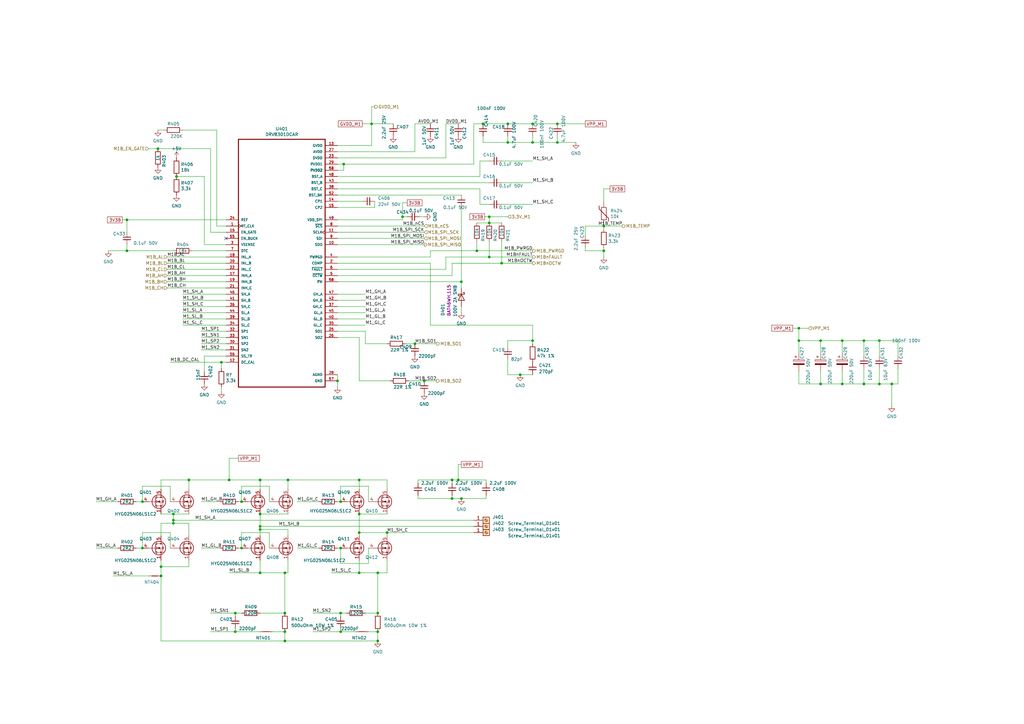
<source format=kicad_sch>
(kicad_sch (version 20230121) (generator eeschema)
  (paper "A3")
  (title_block (title "Q Motor Driver M1") (rev "1") (comment 1 "Drawn by: KHY"))
  (junction (at 106.68 215.9))
  (junction (at 218.44 50.8))
  (junction (at 198.12 50.8))
  (junction (at 165.1 88.9))
  (junction (at 71.12 213.36))
  (junction (at 218.44 58.42))
  (junction (at 99.06 224.79))
  (junction (at 118.11 196.85))
  (junction (at 187.96 196.85))
  (junction (at 208.28 58.42))
  (junction (at 77.47 196.85))
  (junction (at 116.84 259.08))
  (junction (at 93.98 196.85))
  (junction (at 200.66 91.44))
  (junction (at 106.68 217.17))
  (junction (at 139.7 251.46))
  (junction (at 213.36 153.67))
  (junction (at 147.32 234.95))
  (junction (at 71.12 214.63))
  (junction (at 218.44 139.7))
  (junction (at 52.07 90.17))
  (junction (at 71.12 210.82))
  (junction (at 154.94 259.08))
  (junction (at 139.7 224.79))
  (junction (at 354.33 157.48))
  (junction (at 345.44 157.48))
  (junction (at 96.52 259.08))
  (junction (at 139.7 205.74))
  (junction (at 140.97 67.31))
  (junction (at 66.04 236.22))
  (junction (at 106.68 196.85))
  (junction (at 200.66 88.9))
  (junction (at 116.84 262.89))
  (junction (at 228.6 50.8))
  (junction (at 58.42 224.79))
  (junction (at 116.84 234.95))
  (junction (at 52.07 102.87))
  (junction (at 195.58 102.87))
  (junction (at 189.23 204.47))
  (junction (at 72.39 72.39))
  (junction (at 152.4 50.8))
  (junction (at 139.7 259.08))
  (junction (at 205.74 107.95))
  (junction (at 147.32 196.85))
  (junction (at 208.28 50.8))
  (junction (at 189.23 115.57))
  (junction (at 154.94 262.89))
  (junction (at 185.42 196.85))
  (junction (at 116.84 251.46))
  (junction (at 200.66 105.41))
  (junction (at 64.77 60.96))
  (junction (at 158.75 218.44))
  (junction (at 365.76 157.48))
  (junction (at 228.6 58.42))
  (junction (at 106.68 234.95))
  (junction (at 345.44 139.7))
  (junction (at 360.68 139.7))
  (junction (at 336.55 157.48))
  (junction (at 106.68 210.82))
  (junction (at 66.04 232.41))
  (junction (at 327.66 139.7))
  (junction (at 336.55 139.7))
  (junction (at 354.33 139.7))
  (junction (at 327.66 134.62))
  (junction (at 360.68 157.48))
  (junction (at 90.805 148.59))
  (junction (at 173.99 156.21))
  (junction (at 58.42 205.74))
  (junction (at 185.42 204.47))
  (junction (at 99.06 205.74))
  (junction (at 247.65 102.87))
  (junction (at 96.52 251.46))
  (junction (at 147.32 218.44))
  (junction (at 154.94 251.46))
  (junction (at 170.18 140.97))
  (junction (at 247.65 92.71))
  (junction (at 147.32 210.82))
  (junction (at 138.43 156.21))
  (junction (at 154.94 234.95))
  (no_connect (at 92.71 97.79))
  (wire (pts (xy 110.49 218.44) (xy 99.06 218.44)))
  (wire (pts (xy 99.06 199.39) (xy 99.06 205.74)))
  (wire (pts (xy 106.68 229.87) (xy 106.68 234.95)))
  (wire (pts (xy 138.43 110.49) (xy 182.88 110.49)))
  (wire (pts (xy 106.68 210.82) (xy 118.11 210.82)))
  (wire (pts (xy 138.43 138.43) (xy 147.32 138.43)))
  (wire (pts (xy 96.52 259.08) (xy 96.52 257.81)))
  (wire (pts (xy 196.85 83.82) (xy 200.66 83.82)))
  (wire (pts (xy 147.32 196.85) (xy 147.32 200.66)))
  (wire (pts (xy 336.55 139.7) (xy 327.66 139.7)))
  (wire (pts (xy 189.23 118.11) (xy 189.23 115.57)))
  (wire (pts (xy 106.68 196.85) (xy 118.11 196.85)))
  (wire (pts (xy 158.75 218.44) (xy 194.31 218.44)))
  (wire (pts (xy 187.96 196.85) (xy 199.39 196.85)))
  (wire (pts (xy 354.33 139.7) (xy 354.33 146.05)))
  (wire (pts (xy 66.04 232.41) (xy 66.04 236.22)))
  (wire (pts (xy 69.85 199.39) (xy 58.42 199.39)))
  (wire (pts (xy 185.42 203.2) (xy 185.42 204.47)))
  (wire (pts (xy 121.92 205.74) (xy 130.81 205.74)))
  (wire (pts (xy 110.49 199.39) (xy 99.06 199.39)))
  (wire (pts (xy 154.94 262.89) (xy 116.84 262.89)))
  (wire (pts (xy 240.03 101.6) (xy 240.03 102.87)))
  (wire (pts (xy 72.39 72.39) (xy 83.82 72.39)))
  (wire (pts (xy 365.76 157.48) (xy 365.76 166.37)))
  (wire (pts (xy 86.36 60.96) (xy 86.36 95.25)))
  (wire (pts (xy 66.04 196.85) (xy 77.47 196.85)))
  (wire (pts (xy 182.88 110.49) (xy 182.88 105.41)))
  (wire (pts (xy 140.97 69.85) (xy 140.97 67.31)))
  (wire (pts (xy 199.39 203.2) (xy 199.39 204.47)))
  (wire (pts (xy 138.43 156.21) (xy 138.43 158.75)))
  (wire (pts (xy 151.13 224.79) (xy 151.13 231.14)))
  (wire (pts (xy 83.82 152.4) (xy 83.82 146.05)))
  (wire (pts (xy 368.3 151.13) (xy 368.3 157.48)))
  (wire (pts (xy 82.55 140.97) (xy 92.71 140.97)))
  (wire (pts (xy 139.7 257.81) (xy 139.7 259.08)))
  (wire (pts (xy 74.93 130.81) (xy 92.71 130.81)))
  (wire (pts (xy 336.55 139.7) (xy 336.55 144.78)))
  (wire (pts (xy 360.68 157.48) (xy 354.33 157.48)))
  (wire (pts (xy 142.24 251.46) (xy 139.7 251.46)))
  (wire (pts (xy 228.6 55.88) (xy 228.6 58.42)))
  (wire (pts (xy 154.94 234.95) (xy 154.94 251.46)))
  (wire (pts (xy 147.32 234.95) (xy 154.94 234.95)))
  (wire (pts (xy 172.085 88.9) (xy 173.99 88.9)))
  (wire (pts (xy 240.03 92.71) (xy 240.03 96.52)))
  (wire (pts (xy 77.47 229.87) (xy 77.47 232.41)))
  (wire (pts (xy 170.18 50.8) (xy 170.18 62.23)))
  (wire (pts (xy 60.96 60.96) (xy 64.77 60.96)))
  (wire (pts (xy 99.06 218.44) (xy 99.06 224.79)))
  (wire (pts (xy 179.07 156.21) (xy 173.99 156.21)))
  (wire (pts (xy 147.32 196.85) (xy 158.75 196.85)))
  (wire (pts (xy 152.4 50.8) (xy 152.4 59.69)))
  (wire (pts (xy 69.85 148.59) (xy 90.805 148.59)))
  (wire (pts (xy 118.11 196.85) (xy 147.32 196.85)))
  (wire (pts (xy 118.11 217.17) (xy 106.68 217.17)))
  (wire (pts (xy 64.77 53.34) (xy 67.31 53.34)))
  (wire (pts (xy 325.12 134.62) (xy 327.66 134.62)))
  (wire (pts (xy 149.86 251.46) (xy 154.94 251.46)))
  (wire (pts (xy 189.23 128.27) (xy 189.23 125.73)))
  (wire (pts (xy 240.03 102.87) (xy 247.65 102.87)))
  (wire (pts (xy 195.58 99.06) (xy 195.58 102.87)))
  (wire (pts (xy 345.44 144.78) (xy 345.44 139.7)))
  (wire (pts (xy 198.12 58.42) (xy 208.28 58.42)))
  (wire (pts (xy 200.66 74.93) (xy 138.43 74.93)))
  (wire (pts (xy 200.66 91.44) (xy 205.74 91.44)))
  (wire (pts (xy 44.45 102.87) (xy 52.07 102.87)))
  (wire (pts (xy 138.43 97.79) (xy 173.99 97.79)))
  (wire (pts (xy 200.66 99.06) (xy 200.66 105.41)))
  (wire (pts (xy 199.39 204.47) (xy 189.23 204.47)))
  (wire (pts (xy 135.89 234.95) (xy 147.32 234.95)))
  (wire (pts (xy 77.47 196.85) (xy 77.47 200.66)))
  (wire (pts (xy 153.67 82.55) (xy 153.67 85.09)))
  (wire (pts (xy 110.49 224.79) (xy 110.49 218.44)))
  (wire (pts (xy 151.13 231.14) (xy 139.7 231.14)))
  (wire (pts (xy 58.42 218.44) (xy 58.42 224.79)))
  (wire (pts (xy 138.43 80.01) (xy 189.23 80.01)))
  (wire (pts (xy 147.32 218.44) (xy 147.32 219.71)))
  (wire (pts (xy 165.1 88.9) (xy 165.1 90.17)))
  (wire (pts (xy 247.65 101.6) (xy 247.65 102.87)))
  (wire (pts (xy 152.4 43.815) (xy 152.4 50.8)))
  (wire (pts (xy 218.44 139.7) (xy 218.44 140.97)))
  (wire (pts (xy 86.36 251.46) (xy 96.52 251.46)))
  (wire (pts (xy 218.44 133.35) (xy 218.44 139.7)))
  (wire (pts (xy 92.71 113.03) (xy 68.58 113.03)))
  (wire (pts (xy 97.79 224.79) (xy 99.06 224.79)))
  (wire (pts (xy 153.67 85.09) (xy 138.43 85.09)))
  (wire (pts (xy 138.43 125.73) (xy 149.86 125.73)))
  (wire (pts (xy 140.97 67.31) (xy 138.43 67.31)))
  (wire (pts (xy 167.64 156.21) (xy 173.99 156.21)))
  (wire (pts (xy 196.85 77.47) (xy 196.85 83.82)))
  (wire (pts (xy 52.07 90.17) (xy 92.71 90.17)))
  (wire (pts (xy 196.85 66.04) (xy 196.85 72.39)))
  (wire (pts (xy 200.66 66.04) (xy 196.85 66.04)))
  (wire (pts (xy 165.1 90.17) (xy 138.43 90.17)))
  (wire (pts (xy 185.42 196.85) (xy 185.42 198.12)))
  (wire (pts (xy 71.12 213.36) (xy 71.12 210.82)))
  (wire (pts (xy 327.66 139.7) (xy 327.66 144.78)))
  (wire (pts (xy 195.58 102.87) (xy 218.44 102.87)))
  (wire (pts (xy 138.43 77.47) (xy 196.85 77.47)))
  (wire (pts (xy 139.7 199.39) (xy 139.7 205.74)))
  (wire (pts (xy 240.03 50.8) (xy 228.6 50.8)))
  (wire (pts (xy 138.43 120.65) (xy 149.86 120.65)))
  (wire (pts (xy 327.66 134.62) (xy 331.47 134.62)))
  (wire (pts (xy 68.58 110.49) (xy 92.71 110.49)))
  (wire (pts (xy 64.77 60.96) (xy 86.36 60.96)))
  (wire (pts (xy 368.3 146.05) (xy 368.3 139.7)))
  (wire (pts (xy 111.76 259.08) (xy 116.84 259.08)))
  (wire (pts (xy 148.59 50.8) (xy 152.4 50.8)))
  (wire (pts (xy 165.1 88.9) (xy 167.005 88.9)))
  (wire (pts (xy 158.75 218.44) (xy 158.75 219.71)))
  (wire (pts (xy 97.79 205.74) (xy 99.06 205.74)))
  (wire (pts (xy 194.31 50.8) (xy 198.12 50.8)))
  (wire (pts (xy 86.36 259.08) (xy 96.52 259.08)))
  (wire (pts (xy 208.28 88.9) (xy 200.66 88.9)))
  (wire (pts (xy 147.32 229.87) (xy 147.32 234.95)))
  (wire (pts (xy 92.71 125.73) (xy 74.93 125.73)))
  (wire (pts (xy 77.47 214.63) (xy 71.12 214.63)))
  (wire (pts (xy 66.04 236.22) (xy 66.04 262.89)))
  (wire (pts (xy 66.04 196.85) (xy 66.04 200.66)))
  (wire (pts (xy 200.66 105.41) (xy 218.44 105.41)))
  (wire (pts (xy 92.71 107.95) (xy 68.58 107.95)))
  (wire (pts (xy 199.39 196.85) (xy 199.39 198.12)))
  (wire (pts (xy 83.82 100.33) (xy 92.71 100.33)))
  (wire (pts (xy 200.66 88.9) (xy 200.66 91.44)))
  (wire (pts (xy 345.44 152.4) (xy 345.44 157.48)))
  (wire (pts (xy 90.805 148.59) (xy 92.71 148.59)))
  (wire (pts (xy 194.31 67.31) (xy 140.97 67.31)))
  (wire (pts (xy 185.42 113.03) (xy 138.43 113.03)))
  (wire (pts (xy 360.68 139.7) (xy 368.3 139.7)))
  (wire (pts (xy 250.19 77.47) (xy 247.65 77.47)))
  (wire (pts (xy 218.44 83.82) (xy 205.74 83.82)))
  (wire (pts (xy 88.9 92.71) (xy 92.71 92.71)))
  (wire (pts (xy 189.23 204.47) (xy 185.42 204.47)))
  (wire (pts (xy 71.12 213.36) (xy 71.12 214.63)))
  (wire (pts (xy 138.43 205.74) (xy 139.7 205.74)))
  (wire (pts (xy 147.32 218.44) (xy 158.75 218.44)))
  (wire (pts (xy 171.45 203.2) (xy 171.45 204.47)))
  (wire (pts (xy 68.58 118.11) (xy 92.71 118.11)))
  (wire (pts (xy 138.43 69.85) (xy 140.97 69.85)))
  (wire (pts (xy 55.88 205.74) (xy 58.42 205.74)))
  (wire (pts (xy 78.74 102.87) (xy 92.71 102.87)))
  (wire (pts (xy 176.53 50.8) (xy 170.18 50.8)))
  (wire (pts (xy 82.55 135.89) (xy 92.71 135.89)))
  (wire (pts (xy 368.3 157.48) (xy 365.76 157.48)))
  (wire (pts (xy 176.53 133.35) (xy 176.53 107.95)))
  (wire (pts (xy 247.65 92.71) (xy 240.03 92.71)))
  (wire (pts (xy 247.65 102.87) (xy 247.65 105.41)))
  (wire (pts (xy 106.68 215.9) (xy 194.31 215.9)))
  (wire (pts (xy 52.07 100.33) (xy 52.07 102.87)))
  (wire (pts (xy 88.9 53.34) (xy 88.9 92.71)))
  (wire (pts (xy 158.75 200.66) (xy 158.75 196.85)))
  (wire (pts (xy 118.11 196.85) (xy 118.11 200.66)))
  (wire (pts (xy 66.04 229.87) (xy 66.04 232.41)))
  (wire (pts (xy 110.49 205.74) (xy 110.49 199.39)))
  (wire (pts (xy 208.28 153.67) (xy 208.28 147.32)))
  (wire (pts (xy 218.44 66.04) (xy 205.74 66.04)))
  (wire (pts (xy 50.165 90.17) (xy 52.07 90.17)))
  (wire (pts (xy 354.33 157.48) (xy 345.44 157.48)))
  (wire (pts (xy 208.28 142.24) (xy 208.28 139.7)))
  (wire (pts (xy 208.28 139.7) (xy 218.44 139.7)))
  (wire (pts (xy 149.86 123.19) (xy 138.43 123.19)))
  (wire (pts (xy 345.44 157.48) (xy 336.55 157.48)))
  (wire (pts (xy 187.96 190.5) (xy 187.96 196.85)))
  (wire (pts (xy 68.58 105.41) (xy 92.71 105.41)))
  (wire (pts (xy 106.68 217.17) (xy 106.68 219.71)))
  (wire (pts (xy 173.99 95.25) (xy 138.43 95.25)))
  (wire (pts (xy 189.23 190.5) (xy 187.96 190.5)))
  (wire (pts (xy 116.84 234.95) (xy 116.84 251.46)))
  (wire (pts (xy 208.28 58.42) (xy 218.44 58.42)))
  (wire (pts (xy 158.75 234.95) (xy 154.94 234.95)))
  (wire (pts (xy 151.13 199.39) (xy 139.7 199.39)))
  (wire (pts (xy 52.07 102.87) (xy 71.12 102.87)))
  (wire (pts (xy 139.7 259.08) (xy 146.05 259.08)))
  (wire (pts (xy 195.58 91.44) (xy 200.66 91.44)))
  (wire (pts (xy 99.06 251.46) (xy 96.52 251.46)))
  (wire (pts (xy 69.85 224.79) (xy 69.85 218.44)))
  (wire (pts (xy 171.45 204.47) (xy 185.42 204.47)))
  (wire (pts (xy 208.28 55.88) (xy 208.28 58.42)))
  (wire (pts (xy 138.43 115.57) (xy 189.23 115.57)))
  (wire (pts (xy 152.4 59.69) (xy 138.43 59.69)))
  (wire (pts (xy 198.12 55.88) (xy 198.12 58.42)))
  (wire (pts (xy 138.43 92.71) (xy 173.99 92.71)))
  (wire (pts (xy 74.93 53.34) (xy 88.9 53.34)))
  (wire (pts (xy 69.85 218.44) (xy 58.42 218.44)))
  (wire (pts (xy 74.93 123.19) (xy 92.71 123.19)))
  (wire (pts (xy 118.11 229.87) (xy 118.11 234.95)))
  (wire (pts (xy 171.45 198.12) (xy 171.45 196.85)))
  (wire (pts (xy 213.36 153.67) (xy 218.44 153.67)))
  (wire (pts (xy 327.66 152.4) (xy 327.66 157.48)))
  (wire (pts (xy 52.07 90.17) (xy 52.07 95.25)))
  (wire (pts (xy 116.84 259.08) (xy 116.84 262.89)))
  (wire (pts (xy 90.805 158.75) (xy 90.805 160.655)))
  (wire (pts (xy 354.33 151.13) (xy 354.33 157.48)))
  (wire (pts (xy 179.07 140.97) (xy 170.18 140.97)))
  (wire (pts (xy 171.45 196.85) (xy 185.42 196.85)))
  (wire (pts (xy 118.11 234.95) (xy 116.84 234.95)))
  (wire (pts (xy 218.44 74.93) (xy 205.74 74.93)))
  (wire (pts (xy 139.7 231.14) (xy 139.7 224.79)))
  (wire (pts (xy 158.75 229.87) (xy 158.75 234.95)))
  (wire (pts (xy 161.29 50.8) (xy 152.4 50.8)))
  (wire (pts (xy 96.52 259.08) (xy 106.68 259.08)))
  (wire (pts (xy 151.13 205.74) (xy 151.13 199.39)))
  (wire (pts (xy 218.44 55.88) (xy 218.44 58.42)))
  (wire (pts (xy 106.68 196.85) (xy 106.68 200.66)))
  (wire (pts (xy 128.27 259.08) (xy 139.7 259.08)))
  (wire (pts (xy 118.11 219.71) (xy 118.11 217.17)))
  (wire (pts (xy 336.55 152.4) (xy 336.55 157.48)))
  (wire (pts (xy 149.86 140.97) (xy 149.86 135.89)))
  (wire (pts (xy 58.42 199.39) (xy 58.42 205.74)))
  (wire (pts (xy 167.005 83.185) (xy 165.1 83.185)))
  (wire (pts (xy 360.68 139.7) (xy 354.33 139.7)))
  (wire (pts (xy 360.68 146.05) (xy 360.68 139.7)))
  (wire (pts (xy 154.94 259.08) (xy 154.94 262.89)))
  (wire (pts (xy 345.44 139.7) (xy 336.55 139.7)))
  (wire (pts (xy 106.68 234.95) (xy 116.84 234.95)))
  (wire (pts (xy 66.04 210.82) (xy 71.12 210.82)))
  (wire (pts (xy 116.84 262.89) (xy 66.04 262.89)))
  (wire (pts (xy 66.04 214.63) (xy 66.04 219.71)))
  (wire (pts (xy 93.98 234.95) (xy 106.68 234.95)))
  (wire (pts (xy 247.65 77.47) (xy 247.65 82.55)))
  (wire (pts (xy 149.86 133.35) (xy 138.43 133.35)))
  (wire (pts (xy 82.55 205.74) (xy 90.17 205.74)))
  (wire (pts (xy 138.43 153.67) (xy 138.43 156.21)))
  (wire (pts (xy 205.74 99.06) (xy 205.74 107.95)))
  (wire (pts (xy 39.37 224.79) (xy 48.26 224.79)))
  (wire (pts (xy 195.58 102.87) (xy 176.53 102.87)))
  (wire (pts (xy 208.28 50.8) (xy 218.44 50.8)))
  (wire (pts (xy 182.88 64.77) (xy 138.43 64.77)))
  (wire (pts (xy 360.68 151.13) (xy 360.68 157.48)))
  (wire (pts (xy 151.13 259.08) (xy 154.94 259.08)))
  (wire (pts (xy 208.28 153.67) (xy 213.36 153.67)))
  (wire (pts (xy 90.805 148.59) (xy 90.805 151.13)))
  (wire (pts (xy 176.53 102.87) (xy 176.53 105.41)))
  (wire (pts (xy 205.74 107.95) (xy 218.44 107.95)))
  (wire (pts (xy 138.43 224.79) (xy 139.7 224.79)))
  (wire (pts (xy 82.55 138.43) (xy 92.71 138.43)))
  (wire (pts (xy 198.12 50.8) (xy 208.28 50.8)))
  (wire (pts (xy 160.02 156.21) (xy 147.32 156.21)))
  (wire (pts (xy 187.96 50.8) (xy 182.88 50.8)))
  (wire (pts (xy 182.88 50.8) (xy 182.88 64.77)))
  (wire (pts (xy 365.76 157.48) (xy 360.68 157.48)))
  (wire (pts (xy 138.43 82.55) (xy 148.59 82.55)))
  (wire (pts (xy 96.52 251.46) (xy 96.52 252.73)))
  (wire (pts (xy 71.12 210.82) (xy 77.47 210.82)))
  (wire (pts (xy 170.18 62.23) (xy 138.43 62.23)))
  (wire (pts (xy 218.44 58.42) (xy 228.6 58.42)))
  (wire (pts (xy 60.96 236.22) (xy 46.355 236.22)))
  (wire (pts (xy 165.1 83.185) (xy 165.1 88.9)))
  (wire (pts (xy 228.6 58.42) (xy 236.22 58.42)))
  (wire (pts (xy 345.44 139.7) (xy 354.33 139.7)))
  (wire (pts (xy 327.66 134.62) (xy 327.66 139.7)))
  (wire (pts (xy 185.42 107.95) (xy 185.42 113.03)))
  (wire (pts (xy 176.53 107.95) (xy 138.43 107.95)))
  (wire (pts (xy 39.37 205.74) (xy 48.26 205.74)))
  (wire (pts (xy 106.68 251.46) (xy 116.84 251.46)))
  (wire (pts (xy 149.86 128.27) (xy 138.43 128.27)))
  (wire (pts (xy 147.32 138.43) (xy 147.32 156.21)))
  (wire (pts (xy 74.93 133.35) (xy 92.71 133.35)))
  (wire (pts (xy 185.42 196.85) (xy 187.96 196.85)))
  (wire (pts (xy 182.88 105.41) (xy 200.66 105.41)))
  (wire (pts (xy 77.47 232.41) (xy 66.04 232.41)))
  (wire (pts (xy 173.99 100.33) (xy 138.43 100.33)))
  (wire (pts (xy 82.55 224.79) (xy 90.17 224.79)))
  (wire (pts (xy 170.18 140.97) (xy 166.37 140.97)))
  (wire (pts (xy 194.31 50.8) (xy 194.31 67.31)))
  (wire (pts (xy 189.23 85.09) (xy 189.23 115.57)))
  (wire (pts (xy 69.85 205.74) (xy 69.85 199.39)))
  (wire (pts (xy 149.86 135.89) (xy 138.43 135.89)))
  (wire (pts (xy 158.75 140.97) (xy 149.86 140.97)))
  (wire (pts (xy 97.79 187.96) (xy 93.98 187.96)))
  (wire (pts (xy 147.32 210.82) (xy 147.32 218.44)))
  (wire (pts (xy 153.67 43.815) (xy 152.4 43.815)))
  (wire (pts (xy 86.36 95.25) (xy 92.71 95.25)))
  (wire (pts (xy 71.12 213.36) (xy 194.31 213.36)))
  (wire (pts (xy 218.44 50.8) (xy 228.6 50.8)))
  (wire (pts (xy 106.68 210.82) (xy 106.68 215.9)))
  (wire (pts (xy 139.7 251.46) (xy 139.7 252.73)))
  (wire (pts (xy 138.43 130.81) (xy 149.86 130.81)))
  (wire (pts (xy 83.82 72.39) (xy 83.82 100.33)))
  (wire (pts (xy 176.53 105.41) (xy 138.43 105.41)))
  (wire (pts (xy 92.71 115.57) (xy 68.58 115.57)))
  (wire (pts (xy 106.68 215.9) (xy 106.68 217.17)))
  (wire (pts (xy 327.66 157.48) (xy 336.55 157.48)))
  (wire (pts (xy 176.53 133.35) (xy 218.44 133.35)))
  (wire (pts (xy 139.7 251.46) (xy 128.27 251.46)))
  (wire (pts (xy 74.93 120.65) (xy 92.71 120.65)))
  (wire (pts (xy 55.88 224.79) (xy 58.42 224.79)))
  (wire (pts (xy 71.12 214.63) (xy 66.04 214.63)))
  (wire (pts (xy 121.92 224.79) (xy 130.81 224.79)))
  (wire (pts (xy 83.82 146.05) (xy 92.71 146.05)))
  (wire (pts (xy 82.55 143.51) (xy 92.71 143.51)))
  (wire (pts (xy 198.755 88.9) (xy 200.66 88.9)))
  (wire (pts (xy 77.47 196.85) (xy 93.98 196.85)))
  (wire (pts (xy 185.42 107.95) (xy 205.74 107.95)))
  (wire (pts (xy 247.65 92.71) (xy 247.65 93.98)))
  (wire (pts (xy 74.93 128.27) (xy 92.71 128.27)))
  (wire (pts (xy 138.43 72.39) (xy 196.85 72.39)))
  (wire (pts (xy 93.98 196.85) (xy 106.68 196.85)))
  (wire (pts (xy 255.27 92.71) (xy 247.65 92.71)))
  (wire (pts (xy 77.47 219.71) (xy 77.47 214.63)))
  (wire (pts (xy 147.32 210.82) (xy 158.75 210.82)))
  (wire (pts (xy 93.98 187.96) (xy 93.98 196.85)))
  (label "M1_GL_B" (at 82.55 224.79 0))
  (label "M1_SH_A" (at 218.44 66.04 0))
  (label "M1_GH_A" (at 149.86 120.65 0))
  (label "M1_SL_C" (at 135.89 234.95 0))
  (label "M1_SP2" (at 82.55 140.97 0))
  (label "M1_GL_A" (at 149.86 128.27 0))
  (label "M1_SL_B" (at 93.98 234.95 0))
  (label "M1B_DC_CAL" (at 69.85 148.59 0))
  (label "M1_SH_A" (at 74.93 120.65 0))
  (label "M1_SP2" (at 128.27 259.08 0))
  (label "M1_SN2" (at 128.27 251.46 0))
  (label "M1BnOCTW" (at 218.44 107.95 180))
  (label "M1_GL_B" (at 149.86 130.81 0))
  (label "M1_GL_C" (at 121.92 224.79 0))
  (label "M1_SL_B" (at 74.93 130.81 0))
  (label "M1_SH_B" (at 218.44 74.93 0))
  (label "M1_SH_C" (at 74.93 125.73 0))
  (label "M1_SH_A" (at 80.01 213.36 0))
  (label "AVDD_M1" (at 171.45 50.8 0))
  (label "M1B_nCS" (at 173.99 92.71 180))
  (label "M1_GH_C" (at 149.86 125.73 0))
  (label "M1B_BH" (at 68.58 115.57 0))
  (label "M1_SL_C" (at 74.93 133.35 0))
  (label "M1_SN1" (at 82.55 138.43 0))
  (label "M1_SH_B" (at 74.93 123.19 0))
  (label "M1B_SO1" (at 179.07 140.97 180))
  (label "M1B_AH" (at 68.58 113.03 0))
  (label "M1B_CH" (at 68.58 118.11 0))
  (label "M1B_SPI_MISO" (at 173.99 100.33 180))
  (label "M1B_SPI_MOSI" (at 173.99 97.79 180))
  (label "M1_SH_B" (at 114.3 215.9 0))
  (label "M1BnFAULT" (at 218.44 105.41 180))
  (label "M1B_TEMP" (at 255.27 92.71 180))
  (label "M1_GH_B" (at 149.86 123.19 0))
  (label "M1B_AL" (at 68.58 105.41 0))
  (label "M1_GH_C" (at 121.92 205.74 0))
  (label "M1_SH_C" (at 218.44 83.82 0))
  (label "M1_SL_A" (at 46.355 236.22 0))
  (label "M1B_PWRGD" (at 218.44 102.87 180))
  (label "M1_GL_A" (at 39.37 224.79 0))
  (label "M1_SN1" (at 86.36 251.46 0))
  (label "M1_SH_C" (at 158.75 218.44 0))
  (label "M1B_SPI_SCK" (at 173.99 95.25 180))
  (label "M1B_CL" (at 68.58 110.49 0))
  (label "M1_SN2" (at 82.55 143.51 0))
  (label "M1_GH_A" (at 39.37 205.74 0))
  (label "M1_SP1" (at 82.55 135.89 0))
  (label "M1_SL_A" (at 74.93 128.27 0))
  (label "M1_SP1" (at 86.36 259.08 0))
  (label "M1_GH_B" (at 82.55 205.74 0))
  (label "M1_GL_C" (at 149.86 133.35 0))
  (label "M1B_SO2" (at 179.07 156.21 180))
  (label "M1B_BL" (at 68.58 107.95 0))
  (label "DVDD_M1" (at 182.88 50.8 0))
  (global_label "3V3B" (shape passive) (at 198.755 88.9 180) (property "Intersheetrefs" "${INTERSHEET_REFS}" (effects hide)))
  (global_label "GVDD_M1" (shape passive) (at 148.59 50.8 180) (property "Intersheetrefs" "${INTERSHEET_REFS}" (effects hide)))
  (global_label "VPP_M1" (shape passive) (at 97.79 187.96 0) (property "Intersheetrefs" "${INTERSHEET_REFS}" (effects hide)))
  (global_label "VPP_M1" (shape passive) (at 240.03 50.8 0) (property "Intersheetrefs" "${INTERSHEET_REFS}" (effects hide)))
  (global_label "VPP_M1" (shape passive) (at 325.12 134.62 180) (property "Intersheetrefs" "${INTERSHEET_REFS}" (effects hide)))
  (global_label "VPP_M1" (shape passive) (at 189.23 190.5 0) (property "Intersheetrefs" "${INTERSHEET_REFS}" (effects hide)))
  (global_label "3V3B" (shape passive) (at 167.005 83.185 0) (property "Intersheetrefs" "${INTERSHEET_REFS}" (effects hide)))
  (global_label "3V3B" (shape passive) (at 250.19 77.47 0) (property "Intersheetrefs" "${INTERSHEET_REFS}" (effects hide)))
  (global_label "3V3B" (shape passive) (at 50.165 90.17 180) (property "Intersheetrefs" "${INTERSHEET_REFS}" (effects hide)))
  (hierarchical_label "M1B_SPI_MOSI" (shape input) (at 173.99 97.79 0))
  (hierarchical_label "M1B_AH" (shape input) (at 68.58 113.03 180))
  (hierarchical_label "M1B_EN_GATE" (shape input) (at 60.96 60.96 180))
  (hierarchical_label "M1BnFAULT" (shape output) (at 218.44 105.41 0))
  (hierarchical_label "3.3V_M1" (shape input) (at 208.28 88.9 0))
  (hierarchical_label "M1B_SO1" (shape output) (at 179.07 140.97 0))
  (hierarchical_label "M1B_CL" (shape input) (at 68.58 110.49 180))
  (hierarchical_label "M1B_BL" (shape input) (at 68.58 107.95 180))
  (hierarchical_label "VPP_M1" (shape input) (at 331.47 134.62 0))
  (hierarchical_label "M1B_SPI_MISO" (shape output) (at 173.99 100.33 0))
  (hierarchical_label "M1B_SO2" (shape output) (at 179.07 156.21 0))
  (hierarchical_label "M1B_BH" (shape input) (at 68.58 115.57 180))
  (hierarchical_label "M1B_PWRGD" (shape output) (at 218.44 102.87 0))
  (hierarchical_label "GVDD_M1" (shape output) (at 153.67 43.815 0))
  (hierarchical_label "M1B_SPI_SCK" (shape input) (at 173.99 95.25 0))
  (hierarchical_label "M1B_nCS" (shape input) (at 173.99 92.71 0))
  (hierarchical_label "M1B_TEMP" (shape output) (at 255.27 92.71 0))
  (hierarchical_label "M1B_CH" (shape input) (at 68.58 118.11 180))
  (hierarchical_label "M1B_AL" (shape input) (at 68.58 105.41 180))
  (hierarchical_label "M1BnOCTW" (shape output) (at 218.44 107.95 0))
  (symbol (lib_id "Device:R") (at 64.77 64.77 180) (unit 1)
    (property "Reference" "R403" (at 67.31 66.04 90))
    (property "Value" "1k" (at 64.77 64.77 90))
    (property "Footprint" "Resistor_SMD:R_0402_1005Metric" (effects hide))
    (property "MPN" "RC0402JR-7W1KL" (effects hide))
    (property "JLC" "0402" (effects hide))
    (property "LCSC" "C5120104" (effects hide))
    (property "Unit Price" "0.002" (effects hide))
  )
  (symbol (lib_id "power:GND") (at 189.23 204.47 0) (unit 1)
    (property "Reference" "#PWR0215" (effects hide))
    (property "Value" "GND" (at 189.23 208.915 0))
    (instances (project "qdrive_2axis" (path "" (reference "#PWR0215") (unit 1)) (path "" (reference "#PWR0404") (unit 1))))
  )
  (symbol (lib_id "Device:C_Small") (at 368.3 148.59 0) (unit 1)
    (property "Reference" "C432" (at 369.57 147.32 90) (effects (justify left)))
    (property "Value" "100nF 100V" (at 365.76 139.7 0) (effects (justify left)))
    (property "Footprint" "Capacitor_SMD:C_0402_1005Metric" (effects hide))
    (property "MPN" "GRM155R62A104KE14D" (effects hide))
    (property "JLC" "0402" (effects hide))
    (property "LCSC" "C162178" (effects hide))
    (property "Unit Price" "0.0110" (effects hide))
  )
  (symbol (lib_id "Device:R") (at 52.07 205.74 90) (unit 1)
    (property "Reference" "R401" (at 52.07 203.2 90))
    (property "Value" "2R2" (at 52.07 205.74 90))
    (property "Footprint" "Resistor_SMD:R_0603_1608Metric" (effects hide))
    (property "MPN" "RC0603FR-072R2L" (effects hide))
    (property "JLC" "0603" (effects hide))
    (property "LCSC" "C112307" (effects hide))
    (property "Unit Price" "0.0022" (effects hide))
  )
  (symbol (lib_id "Device:C_Small") (at 189.23 82.55 0) (unit 1)
    (property "Reference" "C413" (at 184.15 81.28 0))
    (property "Value" "0.1uF 50V" (at 186.69 85.09 0))
    (property "Footprint" "Capacitor_SMD:C_0402_1005Metric" (effects hide))
    (property "MPN" "GCM155R71H104KE02J" (effects hide))
    (property "JLC" "0402" (effects hide))
    (property "LCSC" "C2649549" (effects hide))
    (property "Unit Price" "0.0086" (effects hide))
  )
  (symbol (lib_id "Device:C_Small") (at 208.28 144.78 0) (unit 1)
    (property "Reference" "C419" (at 201.93 143.51 0) (effects (justify left)))
    (property "Value" "82pF" (at 209.55 147.32 0) (effects (justify left)))
    (property "Footprint" "Capacitor_SMD:C_0402_1005Metric" (effects hide))
    (property "MPN" "C1005NP0820JGTS" (effects hide))
    (property "JLC" "0402" (effects hide))
    (property "LCSC" "C147470" (effects hide))
    (property "Unit Price" "0.0007" (effects hide))
  )
  (symbol (lib_id "Device:C_Small") (at 96.52 255.27 180) (unit 1)
    (property "Reference" "C403" (at 92.71 254 0))
    (property "Value" "2200pF" (at 101.6 257.81 0))
    (property "Footprint" "Capacitor_SMD:C_0402_1005Metric" (effects hide))
    (property "MPN" "CC0402KRX7R0BB222" (effects hide))
    (property "JLC" "0402" (effects hide))
    (property "LCSC" "C576731" (effects hide))
    (property "Unit Price" "0.0042" (effects hide))
  )
  (symbol (lib_id "Device:C_Small") (at 208.28 53.34 0) (unit 1)
    (property "Reference" "C418" (at 201.93 52.07 0) (effects (justify left)))
    (property "Value" "4.7uF 100V" (at 210.82 60.96 90) (effects (justify left)))
    (property "Footprint" "Capacitor_SMD:C_1210_3225Metric" (effects hide))
    (property "MPN" "HMK325C7475KMHPE" (effects hide))
    (property "JLC" "1210" (effects hide))
    (property "LCSC" "C385986" (effects hide))
    (property "Unit Price" "0.2014" (effects hide))
  )
  (symbol (lib_id "Device:C_Small") (at 240.03 99.06 0) (unit 1)
    (property "Reference" "C423" (at 238.76 97.79 90) (effects (justify left)))
    (property "Value" "2.2uF 25V" (at 236.22 102.87 90) (effects (justify left)))
    (property "Footprint" "Capacitor_SMD:C_0603_1608Metric" (effects hide))
    (property "MPN" "CL10A225KB8NNNC" (effects hide))
    (property "JLC" "0603" (effects hide))
    (property "LCSC" "C913904" (effects hide))
    (property "Unit Price" "0.0264" (effects hide))
  )
  (symbol (lib_id "Device:C_Small") (at 218.44 53.34 0) (unit 1)
    (property "Reference" "C420" (at 219.71 52.07 90) (effects (justify left)))
    (property "Value" "100nF 100V" (at 222.25 60.96 90) (effects (justify left)))
    (property "Footprint" "Capacitor_SMD:C_0402_1005Metric" (effects hide))
    (property "MPN" "GRM155R62A104KE14D" (effects hide))
    (property "JLC" "0402" (effects hide))
    (property "LCSC" "C162178" (effects hide))
    (property "Unit Price" "0.0110" (effects hide))
  )
  (symbol (lib_id "Device:R") (at 72.39 76.2 180) (unit 1)
    (property "Reference" "R407" (at 74.168 75.0316 0) (effects (justify right)))
    (property "Value" "3.3k" (at 74.168 77.343 0) (effects (justify right)))
    (property "Footprint" "Resistor_SMD:R_0402_1005Metric" (effects hide))
    (property "MPN" "CRCW04023K30FKEDC" (effects hide))
    (property "JLC" "0402" (effects hide))
    (property "LCSC" "C5224103" (effects hide))
    (property "Unit Price" "0.0010" (effects hide))
  )
  (symbol (lib_id "Connector:Screw_Terminal_01x01") (at 199.39 213.36 0) (unit 1)
    (property "Reference" "J401" (at 201.93 212.0899 0) (effects (justify left)))
    (property "Value" "Screw_Terminal_01x01" (at 208.28 214.63 0) (effects (justify left)))
    (property "Footprint" "Connector_Wire:SolderWire-2.5sqmm_1x01_D2.4mm_OD3.6mm" (effects hide))
  )
  (symbol (lib_id "Transistor_FET:CSD18540Q5B") (at 63.5 205.74 0) (unit 1)
    (property "Reference" "Q401" (at 57.15 201.93 0) (effects (justify left)))
    (property "Value" "HYG025N06LS1C2" (at 46.99 210.82 0) (effects (justify left)))
    (property "Footprint" "Package_TO_SOT_SMD:TDSON-8-1" (effects hide))
    (property "Datasheet" "https://datasheet.lcsc.com/lcsc/2105242011_HUAYI-HYG025N06LS1C2_C2827231.pdf" (effects hide))
    (property "MPN" "HYG025N06LS1C2" (effects hide))
    (property "JLC" "DFN-8(5x6)" (effects hide))
    (property "LCSC" "C2827231" (effects hide))
    (property "Unit Price" "0.6189" (effects hide))
  )
  (symbol (lib_id "Device:R") (at 162.56 140.97 90) (unit 1)
    (property "Reference" "R417" (at 162.56 138.43 90))
    (property "Value" "22R 1%" (at 163.83 143.51 90))
    (property "Footprint" "Resistor_SMD:R_0402_1005Metric" (effects hide))
    (property "MPN" "AC0402JR-0722RL" (effects hide))
    (property "JLC" "0402" (effects hide))
    (property "LCSC" "C144722" (effects hide))
    (property "Unit Price" "0.0008" (effects hide))
  )
  (symbol (lib_id "power:GND") (at 173.99 88.9 90) (unit 1)
    (property "Reference" "#PWR0215" (effects hide))
    (property "Value" "GND" (at 178.435 88.9 0))
    (instances (project "qdrive_2axis" (path "" (reference "#PWR0215") (unit 1)) (path "" (reference "#PWR0401") (unit 1))))
  )
  (symbol (lib_id "Device:R") (at 72.39 68.58 180) (unit 1)
    (property "Reference" "R406" (at 74.168 67.4116 0) (effects (justify right)))
    (property "Value" "18k" (at 74.168 69.723 0) (effects (justify right)))
    (property "Footprint" "Resistor_SMD:R_0402_1005Metric" (effects hide))
    (property "MPN" "RC0402FR-0718KL" (effects hide))
    (property "JLC" "0402" (effects hide))
    (property "LCSC" "C138044" (effects hide))
    (property "Unit Price" "0.0007" (effects hide))
  )
  (symbol (lib_id "Device:C_Small") (at 228.6 53.34 0) (unit 1)
    (property "Reference" "C422" (at 226.06 57.15 90) (effects (justify left)))
    (property "Value" "4.7uF 100V" (at 231.14 58.42 90) (effects (justify left)))
    (property "Footprint" "Capacitor_SMD:C_1210_3225Metric" (effects hide))
    (property "MPN" "HMK325C7475KMHPE" (effects hide))
    (property "JLC" "1210" (effects hide))
    (property "LCSC" "C385986" (effects hide))
    (property "Unit Price" "0.2014" (effects hide))
  )
  (symbol (lib_id "Device:C_Small") (at 151.13 82.55 90) (unit 1)
    (property "Reference" "C406" (at 154.94 81.28 90) (effects (justify right)))
    (property "Value" "22nF 50V" (at 154.94 83.82 90) (effects (justify right)))
    (property "Footprint" "Capacitor_SMD:C_0402_1005Metric" (effects hide))
    (property "MPN" "CL05B223KB5VPNC" (effects hide))
    (property "JLC" "0402" (effects hide))
    (property "LCSC" "C307335" (effects hide))
    (property "Unit Price" "0.0073" (effects hide))
  )
  (symbol (lib_id "power:GND") (at 213.36 153.67 0) (unit 1)
    (property "Reference" "#PWR0215" (effects hide))
    (property "Value" "GND" (at 213.36 158.115 0))
    (instances (project "qdrive_2axis" (path "" (reference "#PWR0215") (unit 1)) (path "" (reference "#PWR0409") (unit 1))))
  )
  (symbol (lib_id "Transistor_FET:CSD18540Q5B") (at 104.14 224.79 0) (unit 1)
    (property "Reference" "Q407" (at 97.79 220.98 0) (effects (justify left)))
    (property "Value" "HYG025N06LS1C2" (at 86.36 231.14 0) (effects (justify left)))
    (property "Footprint" "Package_TO_SOT_SMD:TDSON-8-1" (effects hide))
    (property "Datasheet" "https://datasheet.lcsc.com/lcsc/2105242011_HUAYI-HYG025N06LS1C2_C2827231.pdf" (effects hide))
    (property "MPN" "HYG025N06LS1C2" (effects hide))
    (property "JLC" "DFN-8(5x6)" (effects hide))
    (property "LCSC" "C2827231" (effects hide))
    (property "Unit Price" "0.6189" (effects hide))
  )
  (symbol (lib_id "Transistor_FET:CSD18540Q5B") (at 156.21 205.74 0) (unit 1)
    (property "Reference" "Q410" (at 149.86 209.55 0) (effects (justify left)))
    (property "Value" "HYG025N06LS1C2" (effects hide))
    (property "Footprint" "Package_TO_SOT_SMD:TDSON-8-1" (effects hide))
    (property "Datasheet" "https://datasheet.lcsc.com/lcsc/2105242011_HUAYI-HYG025N06LS1C2_C2827231.pdf" (effects hide))
    (property "MPN" "HYG025N06LS1C2" (effects hide))
    (property "JLC" "DFN-8(5x6)" (effects hide))
    (property "LCSC" "C2827231" (effects hide))
    (property "Unit Price" "0.6189" (effects hide))
  )
  (symbol (lib_id "power:GND") (at 64.77 68.58 0) (unit 1)
    (property "Reference" "#PWR0215" (effects hide))
    (property "Value" "GND" (at 64.77 73.025 0))
    (instances (project "qdrive_2axis" (path "" (reference "#PWR0215") (unit 1)) (path "" (reference "#PWR0413") (unit 1))))
  )
  (symbol (lib_id "power:GND") (at 365.76 166.37 0) (unit 1)
    (property "Reference" "#PWR0215" (effects hide))
    (property "Value" "GND" (at 365.76 170.815 0))
    (instances (project "qdrive_2axis" (path "" (reference "#PWR0215") (unit 1)) (path "" (reference "#PWR0402") (unit 1))))
  )
  (symbol (lib_id "Device:C_Small") (at 354.33 148.59 0) (unit 1)
    (property "Reference" "C430" (at 355.6 147.32 90) (effects (justify left)))
    (property "Value" "10uF 63V " (at 356.87 156.21 90) (effects (justify left)))
    (property "Footprint" "Capacitor_SMD:C_1210_3225Metric" (effects hide))
    (property "MPN" "GRM32ER71J106KA12L" (effects hide))
    (property "JLC" "1210" (effects hide))
    (property "LCSC" "C437568" (effects hide))
    (property "Unit Price" "0.3723" (effects hide))
  )
  (symbol (lib_id "Device:R") (at 116.84 255.27 180) (unit 1)
    (property "Reference" "R412" (at 119.38 254 0) (effects (justify right)))
    (property "Value" "500uOhm 10W 1%" (at 119.38 256.54 0) (effects (justify right)))
    (property "Footprint" "qdrive_footprints:WSLP3921L5000FEA" (effects hide))
    (property "MPN" "WSLP3921L5000FEA" (effects hide))
    (property "JLC" "3921" (effects hide))
    (property "LCSC" "C413491" (effects hide))
    (property "Unit Price" "0.4901" (effects hide))
  )
  (symbol (lib_id "Device:C_Small") (at 203.2 66.04 90) (unit 1)
    (property "Reference" "C415" (at 200.66 63.5 90))
    (property "Value" "0.1uF 50V" (at 209.55 67.31 90))
    (property "Footprint" "Capacitor_SMD:C_0402_1005Metric" (effects hide))
    (property "MPN" "GCM155R71H104KE02J" (effects hide))
    (property "JLC" "0402" (effects hide))
    (property "LCSC" "C2649549" (effects hide))
    (property "Unit Price" "0.0086" (effects hide))
  )
  (symbol (lib_id "Device:C_Small") (at 198.12 53.34 0) (unit 1)
    (property "Reference" "C414" (at 199.39 52.07 90) (effects (justify left)))
    (property "Value" "100nF 100V" (at 195.58 44.45 0) (effects (justify left)))
    (property "Footprint" "Capacitor_SMD:C_0402_1005Metric" (effects hide))
    (property "MPN" "GRM155R62A104KE14D" (effects hide))
    (property "JLC" "0402" (effects hide))
    (property "LCSC" "C162178" (effects hide))
    (property "Unit Price" "0.0110" (effects hide))
  )
  (symbol (lib_id "bldc_motor_cntroller-rescue:DRV8301DCAR-DRV8301DCAR") (at 115.57 107.95 0) (unit 1)
    (property "Reference" "U401" (at 115.57 52.832 0))
    (property "Value" "DRV8301DCAR" (at 115.57 55.1434 0))
    (property "Footprint" "qdrive_footprints:SOP50P810X120-57N" (effects hide))
    (property "Datasheet" "F" (effects hide))
    (property "Field4" "IPC-7351B" (effects hide))
    (property "Field5" "Texas Instruments" (effects hide))
    (property "MPN" "DRV8301DCAR" (effects hide))
    (property "JLC" "HTSSOP-56-6mm" (effects hide))
    (property "LCSC" "C98969" (effects hide))
    (property "Unit Price" "4.6153" (effects hide))
  )
  (symbol (lib_id "power:GND") (at 247.65 105.41 0) (unit 1)
    (property "Reference" "#PWR0215" (effects hide))
    (property "Value" "GND" (at 247.65 109.855 0))
    (instances (project "qdrive_2axis" (path "" (reference "#PWR0215") (unit 1)) (path "" (reference "#PWR0419") (unit 1))))
  )
  (symbol (lib_id "Transistor_FET:CSD18540Q5B") (at 115.57 205.74 0) (unit 1)
    (property "Reference" "Q406" (at 109.22 209.55 0) (effects (justify left)))
    (property "Value" "HYG025N06LS1C2" (effects hide))
    (property "Footprint" "Package_TO_SOT_SMD:TDSON-8-1" (effects hide))
    (property "Datasheet" "https://datasheet.lcsc.com/lcsc/2105242011_HUAYI-HYG025N06LS1C2_C2827231.pdf" (effects hide))
    (property "MPN" "HYG025N06LS1C2" (effects hide))
    (property "JLC" "DFN-8(5x6)" (effects hide))
    (property "LCSC" "C2827231" (effects hide))
    (property "Unit Price" "0.6189" (effects hide))
  )
  (symbol (lib_id "power:GND") (at 64.77 53.34 0) (unit 1)
    (property "Reference" "#PWR0215" (effects hide))
    (property "Value" "GND" (at 64.77 57.785 0))
    (instances (project "qdrive_2axis" (path "" (reference "#PWR0215") (unit 1)) (path "" (reference "#PWR0414") (unit 1))))
  )
  (symbol (lib_id "Connector:Screw_Terminal_01x01") (at 199.39 218.44 0) (unit 1)
    (property "Reference" "J403" (at 201.93 217.1699 0) (effects (justify left)))
    (property "Value" "Screw_Terminal_01x01" (at 208.28 219.71 0) (effects (justify left)))
    (property "Footprint" "Connector_Wire:SolderWire-2.5sqmm_1x01_D2.4mm_OD3.6mm" (effects hide))
  )
  (symbol (lib_id "Device:R") (at 134.62 224.79 90) (unit 1)
    (property "Reference" "R414" (at 134.62 222.25 90))
    (property "Value" "2R2" (at 134.62 224.79 90))
    (property "Footprint" "Resistor_SMD:R_0603_1608Metric" (effects hide))
    (property "MPN" "RC0603FR-072R2L" (effects hide))
    (property "JLC" "0603" (effects hide))
    (property "LCSC" "C112307" (effects hide))
    (property "Unit Price" "0.0022" (effects hide))
  )
  (symbol (lib_id "Device:R") (at 218.44 144.78 0) (unit 1)
    (property "Reference" "R422" (at 220.218 143.6116 0) (effects (justify left)))
    (property "Value" "47k 1%" (at 220.218 145.923 0) (effects (justify left)))
    (property "Footprint" "Resistor_SMD:R_0402_1005Metric" (effects hide))
    (property "MPN" "RC0402FR-0747KL" (effects hide))
    (property "JLC" "0402" (effects hide))
    (property "LCSC" "C93943" (effects hide))
    (property "Unit Price" "0.0007" (effects hide))
  )
  (symbol (lib_id "bldc_motor_cntroller-rescue:CP-Device") (at 345.44 148.59 0) (unit 1)
    (property "Reference" "C429" (at 346.71 147.32 90) (effects (justify left)))
    (property "Value" "220uF 50V" (at 349.25 157.48 90) (effects (justify left)))
    (property "Footprint" "Capacitor_SMD:CP_Elec_10x14.3" (effects hide))
    (property "MPN" "BXA50VC220M10*10_10.0TP" (effects hide))
    (property "JLC" "SMD,D10xL16.5mm" (effects hide))
    (property "LCSC" "C371284" (effects hide))
    (property "Unit Price" "0.2409" (effects hide))
  )
  (symbol (lib_id "Device:R") (at 134.62 205.74 90) (unit 1)
    (property "Reference" "R413" (at 134.62 203.2 90))
    (property "Value" "2R2" (at 134.62 205.74 90))
    (property "Footprint" "Resistor_SMD:R_0603_1608Metric" (effects hide))
    (property "MPN" "RC0603FR-072R2L" (effects hide))
    (property "JLC" "0603" (effects hide))
    (property "LCSC" "C112307" (effects hide))
    (property "Unit Price" "0.0022" (effects hide))
  )
  (symbol (lib_id "Device:R") (at 102.87 251.46 90) (unit 1)
    (property "Reference" "R409" (at 102.87 248.92 90))
    (property "Value" "120R" (at 102.87 251.46 90))
    (property "Footprint" "Resistor_SMD:R_0603_1608Metric" (effects hide))
    (property "MPN" "AF0603FR-07120RL" (effects hide))
    (property "JLC" "0603" (effects hide))
    (property "LCSC" "C144083" (effects hide))
    (property "Unit Price" "0.0028" (effects hide))
  )
  (symbol (lib_id "Device:C_Small") (at 83.82 154.94 180) (unit 1)
    (property "Reference" "C402" (at 86.36 152.4 90))
    (property "Value" "15nF" (at 81.28 153.67 90))
    (property "Footprint" "Capacitor_SMD:C_0402_1005Metric" (effects hide))
    (property "MPN" "0402B153K500CT" (effects hide))
    (property "JLC" "0402" (effects hide))
    (property "LCSC" "C2443197" (effects hide))
    (property "Unit Price" "0.0098" (effects hide))
  )
  (symbol (lib_id "bldc_motor_cntroller-rescue:Net-Tie_2-Device") (at 109.22 259.08 0) (unit 1)
    (property "Reference" "NT401" (at 107.95 261.62 0))
    (property "Value" "Net-Tie_2" (effects hide))
    (property "Footprint" "qdrive_footprints:NetTie-2_SMD_Pad0.5mm" (effects hide))
    (property "MPN" "-" (effects hide))
  )
  (symbol (lib_id "power:GND") (at 187.96 55.88 0) (unit 1)
    (property "Reference" "#PWR0215" (effects hide))
    (property "Value" "GND" (at 187.96 60.325 0))
    (instances (project "qdrive_2axis" (path "" (reference "#PWR0215") (unit 1)) (path "" (reference "#PWR0415") (unit 1))))
  )
  (symbol (lib_id "Transistor_FET:CSD18540Q5B") (at 104.14 205.74 0) (unit 1)
    (property "Reference" "Q405" (at 97.79 201.93 0) (effects (justify left)))
    (property "Value" "HYG025N06LS1C2" (at 86.36 209.55 0) (effects (justify left)))
    (property "Footprint" "Package_TO_SOT_SMD:TDSON-8-1" (effects hide))
    (property "Datasheet" "https://datasheet.lcsc.com/lcsc/2105242011_HUAYI-HYG025N06LS1C2_C2827231.pdf" (effects hide))
    (property "MPN" "HYG025N06LS1C2" (effects hide))
    (property "JLC" "DFN-8(5x6)" (effects hide))
    (property "LCSC" "C2827231" (effects hide))
    (property "Unit Price" "0.6189" (effects hide))
  )
  (symbol (lib_id "power:GND") (at 170.18 146.05 0) (unit 1)
    (property "Reference" "#PWR0215" (effects hide))
    (property "Value" "GND" (at 170.18 150.495 0))
    (instances (project "qdrive_2axis" (path "" (reference "#PWR0215") (unit 1)) (path "" (reference "#PWR0408") (unit 1))))
  )
  (symbol (lib_id "Device:C_Small") (at 139.7 255.27 180) (unit 1)
    (property "Reference" "C405" (at 135.89 254 0))
    (property "Value" "2200pF" (at 143.51 257.81 0))
    (property "Footprint" "Capacitor_SMD:C_0402_1005Metric" (effects hide))
    (property "MPN" "CC0402KRX7R0BB222" (effects hide))
    (property "JLC" "0402" (effects hide))
    (property "LCSC" "C576731" (effects hide))
    (property "Unit Price" "0.0042" (effects hide))
  )
  (symbol (lib_id "Device:C_Small") (at 169.545 88.9 90) (unit 1)
    (property "Reference" "C434" (at 165.1 86.995 90))
    (property "Value" "0.1uF 50V" (at 172.72 86.36 90))
    (property "Footprint" "Capacitor_SMD:C_0402_1005Metric" (effects hide))
    (property "MPN" "GCM155R71H104KE02J" (effects hide))
    (property "JLC" "0402" (effects hide))
    (property "LCSC" "C2649549" (effects hide))
    (property "Unit Price" "0.0086" (effects hide))
  )
  (symbol (lib_id "Device:R") (at 163.83 156.21 90) (unit 1)
    (property "Reference" "R418" (at 163.83 153.67 90))
    (property "Value" "22R 1%" (at 165.1 158.75 90))
    (property "Footprint" "Resistor_SMD:R_0402_1005Metric" (effects hide))
    (property "MPN" "AC0402JR-0722RL" (effects hide))
    (property "JLC" "0402" (effects hide))
    (property "LCSC" "C144722" (effects hide))
    (property "Unit Price" "0.0008" (effects hide))
  )
  (symbol (lib_id "Transistor_FET:CSD18540Q5B") (at 144.78 224.79 0) (unit 1)
    (property "Reference" "Q411" (at 138.43 220.98 0) (effects (justify left)))
    (property "Value" "HYG025N06LS1C2" (at 124.46 229.87 0) (effects (justify left)))
    (property "Footprint" "Package_TO_SOT_SMD:TDSON-8-1" (effects hide))
    (property "Datasheet" "https://datasheet.lcsc.com/lcsc/2105242011_HUAYI-HYG025N06LS1C2_C2827231.pdf" (effects hide))
    (property "MPN" "HYG025N06LS1C2" (effects hide))
    (property "JLC" "DFN-8(5x6)" (effects hide))
    (property "LCSC" "C2827231" (effects hide))
    (property "Unit Price" "0.6189" (effects hide))
  )
  (symbol (lib_id "Device:C_Small") (at 218.44 151.13 0) (unit 1)
    (property "Reference" "C421" (at 220.98 149.8662 0) (effects (justify left)))
    (property "Value" "270pF" (at 220.98 152.4062 0) (effects (justify left)))
    (property "Footprint" "Capacitor_SMD:C_0603_1608Metric" (effects hide))
    (property "MPN" "CC0603KRX7R9BB271" (effects hide))
    (property "JLC" "0603" (effects hide))
    (property "LCSC" "C107084" (effects hide))
    (property "Unit Price" "0.0030" (effects hide))
  )
  (symbol (lib_id "Device:D_Schottky") (at 189.23 121.92 270) (unit 1)
    (property "Reference" "D401" (at 181.61 124.46 0) (effects (justify left)))
    (property "Value" "100V 2A SMB" (at 186.69 116.84 0) (effects (justify left)))
    (property "Footprint" "Diode_SMD:D_SOD-123F" (effects hide))
    (property "MPN" "BAT46WH,115" (at 184.15 123.19 0))
    (property "JLC" "SOD-123F" (effects hide))
    (property "LCSC" "C426768" (effects hide))
    (property "Unit Price" "0.0656" (effects hide))
  )
  (symbol (lib_id "Transistor_FET:CSD18540Q5B") (at 74.93 205.74 0) (unit 1)
    (property "Reference" "Q402" (at 68.58 209.55 0) (effects (justify left)))
    (property "Value" "HYG025N06LS1C2" (effects hide))
    (property "Footprint" "Package_TO_SOT_SMD:TDSON-8-1" (effects hide))
    (property "Datasheet" "https://datasheet.lcsc.com/lcsc/2105242011_HUAYI-HYG025N06LS1C2_C2827231.pdf" (effects hide))
    (property "MPN" "HYG025N06LS1C2" (effects hide))
    (property "JLC" "DFN-8(5x6)" (effects hide))
    (property "LCSC" "C2827231" (effects hide))
    (property "Unit Price" "0.6189" (effects hide))
  )
  (symbol (lib_id "power:GND") (at 161.29 55.88 0) (unit 1)
    (property "Reference" "#PWR0215" (effects hide))
    (property "Value" "GND" (at 161.29 60.325 0))
    (instances (project "qdrive_2axis" (path "" (reference "#PWR0215") (unit 1)) (path "" (reference "#PWR0417") (unit 1))))
  )
  (symbol (lib_id "Device:C_Small") (at 187.96 53.34 0) (unit 1)
    (property "Reference" "C412" (at 190.5 57.15 90) (effects (justify left)))
    (property "Value" "1uF 50V" (at 185.42 59.69 90) (effects (justify left)))
    (property "Footprint" "Capacitor_SMD:C_0603_1608Metric" (effects hide))
    (property "MPN" "GRM188R61H105KAALD" (effects hide))
    (property "JLC" "0603" (effects hide))
    (property "LCSC" "C77386" (effects hide))
    (property "Unit Price" "0.0205" (effects hide))
  )
  (symbol (lib_id "power:GND") (at 138.43 158.75 0) (unit 1)
    (property "Reference" "#PWR0215" (effects hide))
    (property "Value" "GND" (at 138.43 163.195 0))
    (instances (project "qdrive_2axis" (path "" (reference "#PWR0215") (unit 1)) (path "" (reference "#PWR0420") (unit 1))))
  )
  (symbol (lib_id "Device:C_Small") (at 161.29 53.34 0) (unit 1)
    (property "Reference" "C407" (at 162.56 52.07 0) (effects (justify left)))
    (property "Value" "2.2uF 25V" (at 157.48 57.15 90) (effects (justify left)))
    (property "Footprint" "Capacitor_SMD:C_0603_1608Metric" (effects hide))
    (property "MPN" "CL10A225KB8NNNC" (effects hide))
    (property "JLC" "0603" (effects hide))
    (property "LCSC" "C913904" (effects hide))
    (property "Unit Price" "0.0264" (effects hide))
  )
  (symbol (lib_id "Device:C_Small") (at 199.39 200.66 0) (unit 1)
    (property "Reference" "C408" (at 201.93 200.66 0) (effects (justify left)))
    (property "Value" "2.2uF 100V" (at 200.66 198.12 0) (effects (justify left)))
    (property "Footprint" "Capacitor_SMD:C_1210_3225Metric" (effects hide))
    (property "MPN" "HMK325B7225KN-T" (effects hide))
    (property "JLC" "1210" (effects hide))
    (property "LCSC" "C92775" (effects hide))
    (property "Unit Price" "0.1262" (effects hide))
  )
  (symbol (lib_id "Device:C_Small") (at 52.07 97.79 0) (unit 1)
    (property "Reference" "C433" (at 48.895 95.885 0))
    (property "Value" "0.1uF 50V" (at 59.69 99.695 0))
    (property "Footprint" "Capacitor_SMD:C_0603_1608Metric" (effects hide))
    (property "MPN" "CL10B104KB8NNNC" (effects hide))
    (property "JLC" "0603" (effects hide))
    (property "LCSC" "C1591" (effects hide))
    (property "Unit Price" "0.0024" (effects hide))
  )
  (symbol (lib_id "Device:R") (at 200.66 95.25 180) (unit 1)
    (property "Reference" "R420" (at 203.2 96.52 90))
    (property "Value" "10k" (at 200.66 95.25 90))
    (property "Footprint" "Resistor_SMD:R_0603_1608Metric" (effects hide))
    (property "MPN" "RC0603FR-0710KL" (effects hide))
    (property "JLC" "0603" (effects hide))
    (property "LCSC" "C98220" (effects hide))
    (property "Unit Price" "0.001" (effects hide))
  )
  (symbol (lib_id "Device:C_Small") (at 203.2 83.82 90) (unit 1)
    (property "Reference" "C417" (at 200.66 81.28 90))
    (property "Value" "0.1uF 50V" (at 209.55 85.09 90))
    (property "Footprint" "Capacitor_SMD:C_0402_1005Metric" (effects hide))
    (property "MPN" "GCM155R71H104KE02J" (effects hide))
    (property "JLC" "0402" (effects hide))
    (property "LCSC" "C2649549" (effects hide))
    (property "Unit Price" "0.0086" (effects hide))
  )
  (symbol (lib_id "power:GND") (at 176.53 55.88 0) (unit 1)
    (property "Reference" "#PWR0215" (effects hide))
    (property "Value" "GND" (at 176.53 60.325 0))
    (instances (project "qdrive_2axis" (path "" (reference "#PWR0215") (unit 1)) (path "" (reference "#PWR0416") (unit 1))))
  )
  (symbol (lib_id "Device:C_Small") (at 176.53 53.34 0) (unit 1)
    (property "Reference" "C411" (at 179.07 57.15 90) (effects (justify left)))
    (property "Value" "1uF 50V" (at 173.99 59.69 90) (effects (justify left)))
    (property "Footprint" "Capacitor_SMD:C_0603_1608Metric" (effects hide))
    (property "MPN" "GRM188R61H105KAALD" (effects hide))
    (property "JLC" "0603" (effects hide))
    (property "LCSC" "C77386" (effects hide))
    (property "Unit Price" "0.0205" (effects hide))
  )
  (symbol (lib_id "Device:R") (at 247.65 97.79 180) (unit 1)
    (property "Reference" "R423" (at 249.428 96.6216 0) (effects (justify right)))
    (property "Value" "3.3k" (at 249.428 98.933 0) (effects (justify right)))
    (property "Footprint" "Resistor_SMD:R_0402_1005Metric" (effects hide))
    (property "MPN" "CRCW04023K30FKEDC" (effects hide))
    (property "JLC" "0402" (effects hide))
    (property "LCSC" "C5224103" (effects hide))
    (property "Unit Price" "0.0010" (effects hide))
  )
  (symbol (lib_id "power:GND") (at 189.23 128.27 0) (unit 1)
    (property "Reference" "#PWR0215" (effects hide))
    (property "Value" "GND" (at 189.23 132.715 0))
    (instances (project "qdrive_2axis" (path "" (reference "#PWR0215") (unit 1)) (path "" (reference "#PWR0418") (unit 1))))
  )
  (symbol (lib_id "Device:C_Small") (at 170.18 143.51 180) (unit 1)
    (property "Reference" "C409" (at 166.37 142.24 0))
    (property "Value" "2200pF" (at 175.26 146.05 0))
    (property "Footprint" "Capacitor_SMD:C_0402_1005Metric" (effects hide))
    (property "MPN" "CC0402KRX7R0BB222" (effects hide))
    (property "JLC" "0402" (effects hide))
    (property "LCSC" "C576731" (effects hide))
    (property "Unit Price" "0.0042" (effects hide))
  )
  (symbol (lib_id "Device:C_Small") (at 173.99 158.75 180) (unit 1)
    (property "Reference" "C410" (at 170.18 157.48 0))
    (property "Value" "2200pF" (at 179.07 161.29 0))
    (property "Footprint" "Capacitor_SMD:C_0402_1005Metric" (effects hide))
    (property "MPN" "CC0402KRX7R0BB222" (effects hide))
    (property "JLC" "0402" (effects hide))
    (property "LCSC" "C576731" (effects hide))
    (property "Unit Price" "0.0042" (effects hide))
  )
  (symbol (lib_id "bldc_motor_cntroller-rescue:Net-Tie_2-Device") (at 148.59 259.08 0) (unit 1)
    (property "Reference" "NT402" (at 147.32 261.62 0))
    (property "Value" "Net-Tie_2" (effects hide))
    (property "Footprint" "qdrive_footprints:NetTie-2_SMD_Pad0.5mm" (effects hide))
    (property "MPN" "-" (effects hide))
  )
  (symbol (lib_id "Connector:Screw_Terminal_01x01") (at 199.39 215.9 0) (unit 1)
    (property "Reference" "J402" (at 201.93 214.6299 0) (effects (justify left)))
    (property "Value" "Screw_Terminal_01x01" (at 208.28 217.17 0) (effects (justify left)))
    (property "Footprint" "Connector_Wire:SolderWire-2.5sqmm_1x01_D2.4mm_OD3.6mm" (effects hide))
  )
  (symbol (lib_id "power:GND") (at 83.82 157.48 0) (unit 1)
    (property "Reference" "#PWR0215" (effects hide))
    (property "Value" "GND" (at 83.82 161.925 0))
    (instances (project "qdrive_2axis" (path "" (reference "#PWR0215") (unit 1)) (path "" (reference "#PWR0410") (unit 1))))
  )
  (symbol (lib_id "Device:R") (at 93.98 205.74 90) (unit 1)
    (property "Reference" "R410" (at 93.98 203.2 90))
    (property "Value" "2R2" (at 93.98 205.74 90))
    (property "Footprint" "Resistor_SMD:R_0603_1608Metric" (effects hide))
    (property "MPN" "RC0603FR-072R2L" (effects hide))
    (property "JLC" "0603" (effects hide))
    (property "LCSC" "C112307" (effects hide))
    (property "Unit Price" "0.0022" (effects hide))
  )
  (symbol (lib_id "Device:R") (at 205.74 95.25 180) (unit 1)
    (property "Reference" "R421" (at 208.28 96.52 90))
    (property "Value" "10k" (at 205.74 95.25 90))
    (property "Footprint" "Resistor_SMD:R_0603_1608Metric" (effects hide))
    (property "MPN" "RC0603FR-0710KL" (effects hide))
    (property "JLC" "0603" (effects hide))
    (property "LCSC" "C98220" (effects hide))
    (property "Unit Price" "0.001" (effects hide))
  )
  (symbol (lib_id "Transistor_FET:CSD18540Q5B") (at 156.21 224.79 0) (unit 1)
    (property "Reference" "Q412" (at 149.86 228.6 0) (effects (justify left)))
    (property "Value" "HYG025N06LS1C2" (effects hide))
    (property "Footprint" "Package_TO_SOT_SMD:TDSON-8-1" (effects hide))
    (property "Datasheet" "https://datasheet.lcsc.com/lcsc/2105242011_HUAYI-HYG025N06LS1C2_C2827231.pdf" (effects hide))
    (property "MPN" "HYG025N06LS1C2" (effects hide))
    (property "JLC" "DFN-8(5x6)" (effects hide))
    (property "LCSC" "C2827231" (effects hide))
    (property "Unit Price" "0.6189" (effects hide))
  )
  (symbol (lib_id "Device:R") (at 195.58 95.25 180) (unit 1)
    (property "Reference" "R419" (at 198.12 96.52 90))
    (property "Value" "10k" (at 195.58 95.25 90))
    (property "Footprint" "Resistor_SMD:R_0603_1608Metric" (effects hide))
    (property "MPN" "RC0603FR-0710KL" (effects hide))
    (property "JLC" "0603" (effects hide))
    (property "LCSC" "C98220" (effects hide))
    (property "Unit Price" "0.001" (effects hide))
  )
  (symbol (lib_id "power:GND") (at 90.805 160.655 0) (unit 1)
    (property "Reference" "#PWR0215" (effects hide))
    (property "Value" "GND" (at 90.805 165.1 0))
    (instances (project "qdrive_2axis" (path "" (reference "#PWR0215") (unit 1)) (path "" (reference "#PWR0317") (unit 1)) (path "" (reference "#PWR0421") (unit 1))))
  )
  (symbol (lib_id "Device:C_Small") (at 360.68 148.59 0) (unit 1)
    (property "Reference" "C431" (at 361.95 147.32 90) (effects (justify left)))
    (property "Value" "10uF 63V " (at 363.22 156.21 90) (effects (justify left)))
    (property "Footprint" "Capacitor_SMD:C_1210_3225Metric" (effects hide))
    (property "MPN" "GRM32ER71J106KA12L" (effects hide))
    (property "JLC" "1210" (effects hide))
    (property "LCSC" "C437568" (effects hide))
    (property "Unit Price" "0.3723" (effects hide))
  )
  (symbol (lib_id "power:GND") (at 44.45 102.87 0) (unit 1)
    (property "Reference" "#PWR0215" (effects hide))
    (property "Value" "GND" (at 44.45 107.315 0))
    (instances (project "qdrive_2axis" (path "" (reference "#PWR0215") (unit 1)) (path "" (reference "#PWR0412") (unit 1))))
  )
  (symbol (lib_id "Device:Thermistor") (at 247.65 87.63 0) (unit 1)
    (property "Reference" "R424" (at 250.317 86.4616 0) (effects (justify left)))
    (property "Value" "10k" (at 250.317 88.773 0) (effects (justify left)))
    (property "Footprint" "Resistor_SMD:R_0402_1005Metric" (effects hide))
    (property "MPN" "NCP18XH103F03RB" (effects hide))
    (property "LCSC" "C77131" (effects hide))
    (property "Unit Price" "0.0311" (effects hide))
  )
  (symbol (lib_id "power:+5V") (at 72.39 64.77 0) (unit 1)
    (property "Reference" "#PWR0220" (effects hide))
    (property "Value" "+5V" (at 72.39 60.96 0))
    (instances (project "qdrive_2axis" (path "" (reference "#PWR0220") (unit 1)) (path "" (reference "#PWR0406") (unit 1))))
  )
  (symbol (lib_id "Device:C_Small") (at 171.45 200.66 0) (unit 1)
    (property "Reference" "C401" (at 173.99 200.66 0) (effects (justify left)))
    (property "Value" "2.2uF 100V" (at 172.72 198.12 0) (effects (justify left)))
    (property "Footprint" "Capacitor_SMD:C_1210_3225Metric" (effects hide))
    (property "MPN" "HMK325B7225KN-T" (effects hide))
    (property "JLC" "1210" (effects hide))
    (property "LCSC" "C92775" (effects hide))
    (property "Unit Price" "0.1262" (effects hide))
  )
  (symbol (lib_id "Device:R") (at 154.94 255.27 180) (unit 1)
    (property "Reference" "R416" (at 157.48 254 0) (effects (justify right)))
    (property "Value" "500uOhm 10W 1%" (at 157.48 256.54 0) (effects (justify right)))
    (property "Footprint" "qdrive_footprints:WSLP3921L5000FEA" (effects hide))
    (property "MPN" "WSLP3921L5000FEA" (effects hide))
    (property "JLC" "3921" (effects hide))
    (property "LCSC" "C413491" (effects hide))
    (property "Unit Price" "0.4901" (effects hide))
  )
  (symbol (lib_id "bldc_motor_cntroller-rescue:CP-Device") (at 336.55 148.59 0) (unit 1)
    (property "Reference" "C428" (at 337.82 147.32 90) (effects (justify left)))
    (property "Value" "220uF 50V" (at 340.36 157.48 90) (effects (justify left)))
    (property "Footprint" "Capacitor_SMD:CP_Elec_10x14.3" (effects hide))
    (property "MPN" "BXA50VC220M10*10_10.0TP" (effects hide))
    (property "JLC" "SMD,D10xL16.5mm" (effects hide))
    (property "LCSC" "C371284" (effects hide))
    (property "Unit Price" "0.2409" (effects hide))
  )
  (symbol (lib_id "Device:R") (at 71.12 53.34 270) (unit 1)
    (property "Reference" "R405" (at 71.12 50.8 90))
    (property "Value" "220K" (at 72.39 55.88 90))
    (property "Footprint" "Resistor_SMD:R_0402_1005Metric" (effects hide))
    (property "MPN" "CR0402-JW-224GLF" (effects hide))
    (property "JLC" "0402" (effects hide))
    (property "LCSC" "C203142" (effects hide))
    (property "Unit Price" "0.005" (effects hide))
  )
  (symbol (lib_id "Transistor_FET:CSD18540Q5B") (at 74.93 224.79 0) (unit 1)
    (property "Reference" "Q404" (at 68.58 220.98 0) (effects (justify left)))
    (property "Value" "HYG025N06LS1C2" (effects hide))
    (property "Footprint" "Package_TO_SOT_SMD:TDSON-8-1" (effects hide))
    (property "Datasheet" "https://datasheet.lcsc.com/lcsc/2105242011_HUAYI-HYG025N06LS1C2_C2827231.pdf" (effects hide))
    (property "MPN" "HYG025N06LS1C2" (effects hide))
    (property "JLC" "DFN-8(5x6)" (effects hide))
    (property "LCSC" "C2827231" (effects hide))
    (property "Unit Price" "0.6189" (effects hide))
  )
  (symbol (lib_id "Device:R") (at 52.07 224.79 90) (unit 1)
    (property "Reference" "R402" (at 52.07 222.25 90))
    (property "Value" "2R2" (at 52.07 224.79 90))
    (property "Footprint" "Resistor_SMD:R_0603_1608Metric" (effects hide))
    (property "MPN" "RC0603FR-072R2L" (effects hide))
    (property "JLC" "0603" (effects hide))
    (property "LCSC" "C112307" (effects hide))
    (property "Unit Price" "0.0022" (effects hide))
  )
  (symbol (lib_id "Device:R") (at 93.98 224.79 90) (unit 1)
    (property "Reference" "R411" (at 93.98 222.25 90))
    (property "Value" "2R2" (at 93.98 224.79 90))
    (property "Footprint" "Resistor_SMD:R_0603_1608Metric" (effects hide))
    (property "MPN" "RC0603FR-072R2L" (effects hide))
    (property "JLC" "0603" (effects hide))
    (property "LCSC" "C112307" (effects hide))
    (property "Unit Price" "0.0022" (effects hide))
  )
  (symbol (lib_id "power:GND") (at 154.94 262.89 0) (unit 1)
    (property "Reference" "#PWR0215" (effects hide))
    (property "Value" "GND" (at 154.94 267.335 0))
    (instances (project "qdrive_2axis" (path "" (reference "#PWR0215") (unit 1)) (path "" (reference "#PWR0403") (unit 1))))
  )
  (symbol (lib_id "Transistor_FET:CSD18540Q5B") (at 115.57 224.79 0) (unit 1)
    (property "Reference" "Q408" (at 109.22 228.6 0) (effects (justify left)))
    (property "Value" "HYG025N06LS1C2" (effects hide))
    (property "Footprint" "Package_TO_SOT_SMD:TDSON-8-1" (effects hide))
    (property "Datasheet" "https://datasheet.lcsc.com/lcsc/2105242011_HUAYI-HYG025N06LS1C2_C2827231.pdf" (effects hide))
    (property "MPN" "HYG025N06LS1C2" (effects hide))
    (property "JLC" "DFN-8(5x6)" (effects hide))
    (property "LCSC" "C2827231" (effects hide))
    (property "Unit Price" "0.6189" (effects hide))
  )
  (symbol (lib_id "bldc_motor_cntroller-rescue:CP-Device") (at 327.66 148.59 0) (unit 1)
    (property "Reference" "C427" (at 328.93 147.32 90) (effects (justify left)))
    (property "Value" "220uF 50V" (at 331.47 157.48 90) (effects (justify left)))
    (property "Footprint" "Capacitor_SMD:CP_Elec_10x14.3" (effects hide))
    (property "MPN" "BXA50VC220M10*10_10.0TP" (effects hide))
    (property "JLC" "SMD,D10xL16.5mm" (effects hide))
    (property "LCSC" "C371284" (effects hide))
    (property "Unit Price" "0.2409" (effects hide))
  )
  (symbol (lib_id "Transistor_FET:CSD18540Q5B") (at 63.5 224.79 0) (unit 1)
    (property "Reference" "Q403" (at 57.15 220.98 0) (effects (justify left)))
    (property "Value" "HYG025N06LS1C2" (at 46.99 229.87 0) (effects (justify left)))
    (property "Footprint" "Package_TO_SOT_SMD:TDSON-8-1" (effects hide))
    (property "Datasheet" "https://datasheet.lcsc.com/lcsc/2105242011_HUAYI-HYG025N06LS1C2_C2827231.pdf" (effects hide))
    (property "MPN" "HYG025N06LS1C2" (effects hide))
    (property "JLC" "DFN-8(5x6)" (effects hide))
    (property "LCSC" "C2827231" (effects hide))
    (property "Unit Price" "0.6189" (effects hide))
  )
  (symbol (lib_id "power:GND") (at 72.39 80.01 0) (unit 1)
    (property "Reference" "#PWR0215" (effects hide))
    (property "Value" "GND" (at 72.39 84.455 0))
    (instances (project "qdrive_2axis" (path "" (reference "#PWR0215") (unit 1)) (path "" (reference "#PWR0411") (unit 1))))
  )
  (symbol (lib_id "Device:R") (at 74.93 102.87 270) (unit 1)
    (property "Reference" "R404" (at 74.93 100.33 90))
    (property "Value" "18k" (at 74.93 102.87 90))
    (property "Footprint" "Resistor_SMD:R_0402_1005Metric" (effects hide))
    (property "MPN" "RC0402FR-0718KL" (effects hide))
    (property "JLC" "0402" (effects hide))
    (property "LCSC" "C138044" (effects hide))
    (property "Unit Price" "0.0007" (effects hide))
  )
  (symbol (lib_id "power:GND") (at 236.22 58.42 0) (unit 1)
    (property "Reference" "#PWR0215" (effects hide))
    (property "Value" "GND" (at 236.22 62.865 0))
    (instances (project "qdrive_2axis" (path "" (reference "#PWR0215") (unit 1)) (path "" (reference "#PWR0405") (unit 1))))
  )
  (symbol (lib_id "bldc_motor_cntroller-rescue:Net-Tie_2-Device") (at 63.5 236.22 0) (unit 1)
    (property "Reference" "NT404" (at 62.23 238.76 0))
    (property "Value" "Net-Tie_2" (effects hide))
    (property "Footprint" "NetTie:NetTie-2_SMD_Pad0.5mm" (effects hide))
    (property "MPN" "-" (effects hide))
  )
  (symbol (lib_id "Device:C_Small") (at 185.42 200.66 0) (unit 1)
    (property "Reference" "C404" (at 187.96 200.66 0) (effects (justify left)))
    (property "Value" "2.2uF 100V" (at 186.69 198.12 0) (effects (justify left)))
    (property "Footprint" "Capacitor_SMD:C_1210_3225Metric" (effects hide))
    (property "MPN" "HMK325B7225KN-T" (effects hide))
    (property "JLC" "1210" (effects hide))
    (property "LCSC" "C92775" (effects hide))
    (property "Unit Price" "0.1262" (effects hide))
  )
  (symbol (lib_id "Device:R") (at 90.805 154.94 180) (unit 1)
    (property "Reference" "R?" (at 92.583 153.7716 0) (effects (justify right)))
    (property "Value" "3.3k" (at 92.583 156.083 0) (effects (justify right)))
    (property "Footprint" "Resistor_SMD:R_0402_1005Metric" (effects hide))
    (property "MPN" "CRCW04023K30FKEDC" (effects hide))
    (property "JLC" "0603" (effects hide))
    (property "LCSC" "C5224103" (effects hide))
    (property "Unit Price" "0.0010" (effects hide))
    (instances (project "qdrive_2axis" (path "" (reference "R?") (unit 1)) (path "" (reference "R408") (unit 1))))
  )
  (symbol (lib_id "Transistor_FET:CSD18540Q5B") (at 144.78 205.74 0) (unit 1)
    (property "Reference" "Q409" (at 138.43 201.93 0) (effects (justify left)))
    (property "Value" "HYG025N06LS1C2" (at 127 209.55 0) (effects (justify left)))
    (property "Footprint" "Package_TO_SOT_SMD:TDSON-8-1" (effects hide))
    (property "Datasheet" "https://datasheet.lcsc.com/lcsc/2105242011_HUAYI-HYG025N06LS1C2_C2827231.pdf" (effects hide))
    (property "MPN" "HYG025N06LS1C2" (effects hide))
    (property "JLC" "DFN-8(5x6)" (effects hide))
    (property "LCSC" "C2827231" (effects hide))
    (property "Unit Price" "0.6189" (effects hide))
  )
  (symbol (lib_id "Device:C_Small") (at 203.2 74.93 90) (unit 1)
    (property "Reference" "C416" (at 200.66 72.39 90))
    (property "Value" "0.1uF 50V" (at 209.55 76.2 90))
    (property "Footprint" "Capacitor_SMD:C_0402_1005Metric" (effects hide))
    (property "MPN" "GCM155R71H104KE02J" (effects hide))
    (property "JLC" "0402" (effects hide))
    (property "LCSC" "C2649549" (effects hide))
    (property "Unit Price" "0.0086" (effects hide))
  )
  (symbol (lib_id "power:GND") (at 173.99 161.29 0) (unit 1)
    (property "Reference" "#PWR0215" (effects hide))
    (property "Value" "GND" (at 173.99 165.735 0))
    (instances (project "qdrive_2axis" (path "" (reference "#PWR0215") (unit 1)) (path "" (reference "#PWR0407") (unit 1))))
  )
  (symbol (lib_id "Device:R") (at 146.05 251.46 90) (unit 1)
    (property "Reference" "R415" (at 146.05 248.92 90))
    (property "Value" "120R" (at 146.05 251.46 90))
    (property "Footprint" "Resistor_SMD:R_0603_1608Metric" (effects hide))
    (property "MPN" "AF0603FR-07120RL" (effects hide))
    (property "JLC" "0603" (effects hide))
    (property "LCSC" "C144083" (effects hide))
    (property "Unit Price" "0.0028" (effects hide))
  )
)
</source>
